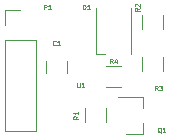
<source format=gto>
G04 #@! TF.FileFunction,Legend,Top*
%FSLAX46Y46*%
G04 Gerber Fmt 4.6, Leading zero omitted, Abs format (unit mm)*
G04 Created by KiCad (PCBNEW 4.0.4-stable) date 04/08/18 20:01:15*
%MOMM*%
%LPD*%
G01*
G04 APERTURE LIST*
%ADD10C,0.050000*%
%ADD11C,0.120000*%
%ADD12C,0.100000*%
G04 APERTURE END LIST*
D10*
D11*
X123278000Y-109974000D02*
X123278000Y-108974000D01*
X121578000Y-108974000D02*
X121578000Y-109974000D01*
X126554000Y-108376000D02*
X125754000Y-108376000D01*
X125754000Y-108376000D02*
X125754000Y-104476000D01*
X128754000Y-108376000D02*
X128754000Y-104476000D01*
X118050000Y-114868000D02*
X120710000Y-114868000D01*
X118050000Y-107188000D02*
X118050000Y-114868000D01*
X120710000Y-107188000D02*
X120710000Y-114868000D01*
X118050000Y-107188000D02*
X120710000Y-107188000D01*
X118050000Y-105918000D02*
X118050000Y-104588000D01*
X118050000Y-104588000D02*
X119380000Y-104588000D01*
X129792000Y-115118000D02*
X129792000Y-114188000D01*
X129792000Y-111958000D02*
X129792000Y-112888000D01*
X129792000Y-111958000D02*
X127632000Y-111958000D01*
X129792000Y-115118000D02*
X128332000Y-115118000D01*
X126610000Y-112938000D02*
X126610000Y-114138000D01*
X124850000Y-114138000D02*
X124850000Y-112938000D01*
X129676000Y-106264000D02*
X129676000Y-105064000D01*
X131436000Y-105064000D02*
X131436000Y-106264000D01*
X131436000Y-108620000D02*
X131436000Y-109820000D01*
X129676000Y-109820000D02*
X129676000Y-108620000D01*
X127854000Y-111116000D02*
X126654000Y-111116000D01*
X126654000Y-109356000D02*
X127854000Y-109356000D01*
D12*
X122361334Y-107584857D02*
X122342286Y-107603905D01*
X122285143Y-107622952D01*
X122247048Y-107622952D01*
X122189905Y-107603905D01*
X122151810Y-107565810D01*
X122132762Y-107527714D01*
X122113714Y-107451524D01*
X122113714Y-107394381D01*
X122132762Y-107318190D01*
X122151810Y-107280095D01*
X122189905Y-107242000D01*
X122247048Y-107222952D01*
X122285143Y-107222952D01*
X122342286Y-107242000D01*
X122361334Y-107261048D01*
X122742286Y-107622952D02*
X122513714Y-107622952D01*
X122628000Y-107622952D02*
X122628000Y-107222952D01*
X122589905Y-107280095D01*
X122551810Y-107318190D01*
X122513714Y-107337238D01*
X124672762Y-104574952D02*
X124672762Y-104174952D01*
X124768000Y-104174952D01*
X124825143Y-104194000D01*
X124863238Y-104232095D01*
X124882286Y-104270190D01*
X124901334Y-104346381D01*
X124901334Y-104403524D01*
X124882286Y-104479714D01*
X124863238Y-104517810D01*
X124825143Y-104555905D01*
X124768000Y-104574952D01*
X124672762Y-104574952D01*
X125282286Y-104574952D02*
X125053714Y-104574952D01*
X125168000Y-104574952D02*
X125168000Y-104174952D01*
X125129905Y-104232095D01*
X125091810Y-104270190D01*
X125053714Y-104289238D01*
X121370762Y-104574952D02*
X121370762Y-104174952D01*
X121523143Y-104174952D01*
X121561238Y-104194000D01*
X121580286Y-104213048D01*
X121599334Y-104251143D01*
X121599334Y-104308286D01*
X121580286Y-104346381D01*
X121561238Y-104365429D01*
X121523143Y-104384476D01*
X121370762Y-104384476D01*
X121980286Y-104574952D02*
X121751714Y-104574952D01*
X121866000Y-104574952D02*
X121866000Y-104174952D01*
X121827905Y-104232095D01*
X121789810Y-104270190D01*
X121751714Y-104289238D01*
X131279905Y-115027048D02*
X131241810Y-115008000D01*
X131203714Y-114969905D01*
X131146571Y-114912762D01*
X131108476Y-114893714D01*
X131070381Y-114893714D01*
X131089429Y-114988952D02*
X131051333Y-114969905D01*
X131013238Y-114931810D01*
X130994190Y-114855619D01*
X130994190Y-114722286D01*
X131013238Y-114646095D01*
X131051333Y-114608000D01*
X131089429Y-114588952D01*
X131165619Y-114588952D01*
X131203714Y-114608000D01*
X131241810Y-114646095D01*
X131260857Y-114722286D01*
X131260857Y-114855619D01*
X131241810Y-114931810D01*
X131203714Y-114969905D01*
X131165619Y-114988952D01*
X131089429Y-114988952D01*
X131641810Y-114988952D02*
X131413238Y-114988952D01*
X131527524Y-114988952D02*
X131527524Y-114588952D01*
X131489429Y-114646095D01*
X131451334Y-114684190D01*
X131413238Y-114703238D01*
X124260952Y-113604666D02*
X124070476Y-113738000D01*
X124260952Y-113833238D02*
X123860952Y-113833238D01*
X123860952Y-113680857D01*
X123880000Y-113642762D01*
X123899048Y-113623714D01*
X123937143Y-113604666D01*
X123994286Y-113604666D01*
X124032381Y-113623714D01*
X124051429Y-113642762D01*
X124070476Y-113680857D01*
X124070476Y-113833238D01*
X124260952Y-113223714D02*
X124260952Y-113452286D01*
X124260952Y-113338000D02*
X123860952Y-113338000D01*
X123918095Y-113376095D01*
X123956190Y-113414190D01*
X123975238Y-113452286D01*
X129466952Y-104460666D02*
X129276476Y-104594000D01*
X129466952Y-104689238D02*
X129066952Y-104689238D01*
X129066952Y-104536857D01*
X129086000Y-104498762D01*
X129105048Y-104479714D01*
X129143143Y-104460666D01*
X129200286Y-104460666D01*
X129238381Y-104479714D01*
X129257429Y-104498762D01*
X129276476Y-104536857D01*
X129276476Y-104689238D01*
X129105048Y-104308286D02*
X129086000Y-104289238D01*
X129066952Y-104251143D01*
X129066952Y-104155905D01*
X129086000Y-104117809D01*
X129105048Y-104098762D01*
X129143143Y-104079714D01*
X129181238Y-104079714D01*
X129238381Y-104098762D01*
X129466952Y-104327333D01*
X129466952Y-104079714D01*
X130997334Y-111432952D02*
X130864000Y-111242476D01*
X130768762Y-111432952D02*
X130768762Y-111032952D01*
X130921143Y-111032952D01*
X130959238Y-111052000D01*
X130978286Y-111071048D01*
X130997334Y-111109143D01*
X130997334Y-111166286D01*
X130978286Y-111204381D01*
X130959238Y-111223429D01*
X130921143Y-111242476D01*
X130768762Y-111242476D01*
X131130667Y-111032952D02*
X131378286Y-111032952D01*
X131244953Y-111185333D01*
X131302095Y-111185333D01*
X131340191Y-111204381D01*
X131359238Y-111223429D01*
X131378286Y-111261524D01*
X131378286Y-111356762D01*
X131359238Y-111394857D01*
X131340191Y-111413905D01*
X131302095Y-111432952D01*
X131187810Y-111432952D01*
X131149714Y-111413905D01*
X131130667Y-111394857D01*
X127187334Y-109146952D02*
X127054000Y-108956476D01*
X126958762Y-109146952D02*
X126958762Y-108746952D01*
X127111143Y-108746952D01*
X127149238Y-108766000D01*
X127168286Y-108785048D01*
X127187334Y-108823143D01*
X127187334Y-108880286D01*
X127168286Y-108918381D01*
X127149238Y-108937429D01*
X127111143Y-108956476D01*
X126958762Y-108956476D01*
X127530191Y-108880286D02*
X127530191Y-109146952D01*
X127434953Y-108727905D02*
X127339714Y-109013619D01*
X127587334Y-109013619D01*
X124155238Y-110778952D02*
X124155238Y-111102762D01*
X124174286Y-111140857D01*
X124193333Y-111159905D01*
X124231429Y-111178952D01*
X124307619Y-111178952D01*
X124345714Y-111159905D01*
X124364762Y-111140857D01*
X124383810Y-111102762D01*
X124383810Y-110778952D01*
X124783810Y-111178952D02*
X124555238Y-111178952D01*
X124669524Y-111178952D02*
X124669524Y-110778952D01*
X124631429Y-110836095D01*
X124593334Y-110874190D01*
X124555238Y-110893238D01*
M02*

</source>
